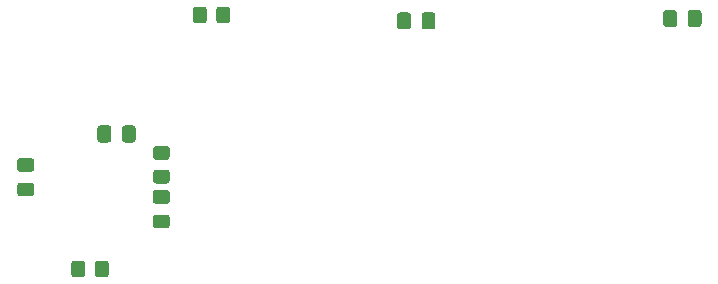
<source format=gbr>
%TF.GenerationSoftware,KiCad,Pcbnew,5.1.10-88a1d61d58~88~ubuntu18.04.1*%
%TF.CreationDate,2021-09-18T16:02:56+02:00*%
%TF.ProjectId,RGBtoHDMI Amiga Denise DIP CPLD Rev 1.1,52474274-6f48-4444-9d49-20416d696761,rev?*%
%TF.SameCoordinates,Original*%
%TF.FileFunction,Paste,Bot*%
%TF.FilePolarity,Positive*%
%FSLAX46Y46*%
G04 Gerber Fmt 4.6, Leading zero omitted, Abs format (unit mm)*
G04 Created by KiCad (PCBNEW 5.1.10-88a1d61d58~88~ubuntu18.04.1) date 2021-09-18 16:02:56*
%MOMM*%
%LPD*%
G01*
G04 APERTURE LIST*
G04 APERTURE END LIST*
%TO.C,C5*%
G36*
G01*
X199940000Y-82705000D02*
X199940000Y-81755000D01*
G75*
G02*
X200190000Y-81505000I250000J0D01*
G01*
X200865000Y-81505000D01*
G75*
G02*
X201115000Y-81755000I0J-250000D01*
G01*
X201115000Y-82705000D01*
G75*
G02*
X200865000Y-82955000I-250000J0D01*
G01*
X200190000Y-82955000D01*
G75*
G02*
X199940000Y-82705000I0J250000D01*
G01*
G37*
G36*
G01*
X197865000Y-82705000D02*
X197865000Y-81755000D01*
G75*
G02*
X198115000Y-81505000I250000J0D01*
G01*
X198790000Y-81505000D01*
G75*
G02*
X199040000Y-81755000I0J-250000D01*
G01*
X199040000Y-82705000D01*
G75*
G02*
X198790000Y-82955000I-250000J0D01*
G01*
X198115000Y-82955000D01*
G75*
G02*
X197865000Y-82705000I0J250000D01*
G01*
G37*
%TD*%
%TO.C,C1*%
G36*
G01*
X176510000Y-81955000D02*
X176510000Y-82905000D01*
G75*
G02*
X176260000Y-83155000I-250000J0D01*
G01*
X175585000Y-83155000D01*
G75*
G02*
X175335000Y-82905000I0J250000D01*
G01*
X175335000Y-81955000D01*
G75*
G02*
X175585000Y-81705000I250000J0D01*
G01*
X176260000Y-81705000D01*
G75*
G02*
X176510000Y-81955000I0J-250000D01*
G01*
G37*
G36*
G01*
X178585000Y-81955000D02*
X178585000Y-82905000D01*
G75*
G02*
X178335000Y-83155000I-250000J0D01*
G01*
X177660000Y-83155000D01*
G75*
G02*
X177410000Y-82905000I0J250000D01*
G01*
X177410000Y-81955000D01*
G75*
G02*
X177660000Y-81705000I250000J0D01*
G01*
X178335000Y-81705000D01*
G75*
G02*
X178585000Y-81955000I0J-250000D01*
G01*
G37*
%TD*%
%TO.C,R3*%
G36*
G01*
X155830001Y-94210000D02*
X154929999Y-94210000D01*
G75*
G02*
X154680000Y-93960001I0J249999D01*
G01*
X154680000Y-93259999D01*
G75*
G02*
X154929999Y-93010000I249999J0D01*
G01*
X155830001Y-93010000D01*
G75*
G02*
X156080000Y-93259999I0J-249999D01*
G01*
X156080000Y-93960001D01*
G75*
G02*
X155830001Y-94210000I-249999J0D01*
G01*
G37*
G36*
G01*
X155830001Y-96210000D02*
X154929999Y-96210000D01*
G75*
G02*
X154680000Y-95960001I0J249999D01*
G01*
X154680000Y-95259999D01*
G75*
G02*
X154929999Y-95010000I249999J0D01*
G01*
X155830001Y-95010000D01*
G75*
G02*
X156080000Y-95259999I0J-249999D01*
G01*
X156080000Y-95960001D01*
G75*
G02*
X155830001Y-96210000I-249999J0D01*
G01*
G37*
%TD*%
%TO.C,R2*%
G36*
G01*
X148940000Y-102979999D02*
X148940000Y-103880001D01*
G75*
G02*
X148690001Y-104130000I-249999J0D01*
G01*
X147989999Y-104130000D01*
G75*
G02*
X147740000Y-103880001I0J249999D01*
G01*
X147740000Y-102979999D01*
G75*
G02*
X147989999Y-102730000I249999J0D01*
G01*
X148690001Y-102730000D01*
G75*
G02*
X148940000Y-102979999I0J-249999D01*
G01*
G37*
G36*
G01*
X150940000Y-102979999D02*
X150940000Y-103880001D01*
G75*
G02*
X150690001Y-104130000I-249999J0D01*
G01*
X149989999Y-104130000D01*
G75*
G02*
X149740000Y-103880001I0J249999D01*
G01*
X149740000Y-102979999D01*
G75*
G02*
X149989999Y-102730000I249999J0D01*
G01*
X150690001Y-102730000D01*
G75*
G02*
X150940000Y-102979999I0J-249999D01*
G01*
G37*
%TD*%
%TO.C,R1*%
G36*
G01*
X159230000Y-81479999D02*
X159230000Y-82380001D01*
G75*
G02*
X158980001Y-82630000I-249999J0D01*
G01*
X158279999Y-82630000D01*
G75*
G02*
X158030000Y-82380001I0J249999D01*
G01*
X158030000Y-81479999D01*
G75*
G02*
X158279999Y-81230000I249999J0D01*
G01*
X158980001Y-81230000D01*
G75*
G02*
X159230000Y-81479999I0J-249999D01*
G01*
G37*
G36*
G01*
X161230000Y-81479999D02*
X161230000Y-82380001D01*
G75*
G02*
X160980001Y-82630000I-249999J0D01*
G01*
X160279999Y-82630000D01*
G75*
G02*
X160030000Y-82380001I0J249999D01*
G01*
X160030000Y-81479999D01*
G75*
G02*
X160279999Y-81230000I249999J0D01*
G01*
X160980001Y-81230000D01*
G75*
G02*
X161230000Y-81479999I0J-249999D01*
G01*
G37*
%TD*%
%TO.C,C4*%
G36*
G01*
X143415000Y-94035000D02*
X144365000Y-94035000D01*
G75*
G02*
X144615000Y-94285000I0J-250000D01*
G01*
X144615000Y-94960000D01*
G75*
G02*
X144365000Y-95210000I-250000J0D01*
G01*
X143415000Y-95210000D01*
G75*
G02*
X143165000Y-94960000I0J250000D01*
G01*
X143165000Y-94285000D01*
G75*
G02*
X143415000Y-94035000I250000J0D01*
G01*
G37*
G36*
G01*
X143415000Y-96110000D02*
X144365000Y-96110000D01*
G75*
G02*
X144615000Y-96360000I0J-250000D01*
G01*
X144615000Y-97035000D01*
G75*
G02*
X144365000Y-97285000I-250000J0D01*
G01*
X143415000Y-97285000D01*
G75*
G02*
X143165000Y-97035000I0J250000D01*
G01*
X143165000Y-96360000D01*
G75*
G02*
X143415000Y-96110000I250000J0D01*
G01*
G37*
%TD*%
%TO.C,C3*%
G36*
G01*
X155845000Y-97920000D02*
X154895000Y-97920000D01*
G75*
G02*
X154645000Y-97670000I0J250000D01*
G01*
X154645000Y-96995000D01*
G75*
G02*
X154895000Y-96745000I250000J0D01*
G01*
X155845000Y-96745000D01*
G75*
G02*
X156095000Y-96995000I0J-250000D01*
G01*
X156095000Y-97670000D01*
G75*
G02*
X155845000Y-97920000I-250000J0D01*
G01*
G37*
G36*
G01*
X155845000Y-99995000D02*
X154895000Y-99995000D01*
G75*
G02*
X154645000Y-99745000I0J250000D01*
G01*
X154645000Y-99070000D01*
G75*
G02*
X154895000Y-98820000I250000J0D01*
G01*
X155845000Y-98820000D01*
G75*
G02*
X156095000Y-99070000I0J-250000D01*
G01*
X156095000Y-99745000D01*
G75*
G02*
X155845000Y-99995000I-250000J0D01*
G01*
G37*
%TD*%
%TO.C,C2*%
G36*
G01*
X152040000Y-92475000D02*
X152040000Y-91525000D01*
G75*
G02*
X152290000Y-91275000I250000J0D01*
G01*
X152965000Y-91275000D01*
G75*
G02*
X153215000Y-91525000I0J-250000D01*
G01*
X153215000Y-92475000D01*
G75*
G02*
X152965000Y-92725000I-250000J0D01*
G01*
X152290000Y-92725000D01*
G75*
G02*
X152040000Y-92475000I0J250000D01*
G01*
G37*
G36*
G01*
X149965000Y-92475000D02*
X149965000Y-91525000D01*
G75*
G02*
X150215000Y-91275000I250000J0D01*
G01*
X150890000Y-91275000D01*
G75*
G02*
X151140000Y-91525000I0J-250000D01*
G01*
X151140000Y-92475000D01*
G75*
G02*
X150890000Y-92725000I-250000J0D01*
G01*
X150215000Y-92725000D01*
G75*
G02*
X149965000Y-92475000I0J250000D01*
G01*
G37*
%TD*%
M02*

</source>
